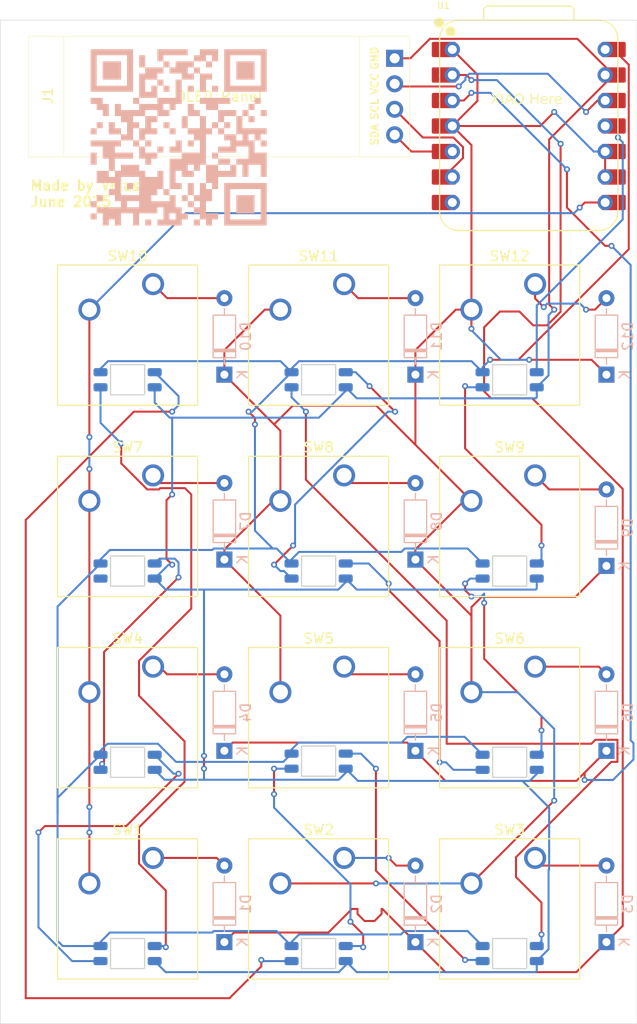
<source format=kicad_pcb>
(kicad_pcb (version 20240108) (generator "pcbnew") (generator_version "8.0")
  (layers (0 "F.Cu" signal) (31 "B.Cu" signal) (34 "B.Paste" user) (35 "F.Paste" user) (36 "B.SilkS" user "B.Silkscreen") (37 "F.SilkS" user "F.Silkscreen") (38 "B.Mask" user) (39 "F.Mask" user) (44 "Edge.Cuts" user))
  (net 0 "")
  (net 1 "Net-(D1-A)")
  (net 2 "Net-(D2-A)")
  (net 3 "col1")
  (net 4 "Net-(D3-A)")
  (net 5 "col2")
  (net 6 "Net-(D4-A)")
  (net 7 "Net-(D5-A)")
  (net 8 "Net-(D6-A)")
  (net 9 "Net-(D7-A)")
  (net 10 "Net-(D8-A)")
  (net 11 "Net-(D9-A)")
  (net 12 "GND")
  (net 13 "LED")
  (net 14 "+5V")
  (net 15 "Net-(D13-DOUT)")
  (net 16 "Net-(D14-DOUT)")
  (net 17 "Net-(D20-DOUT)")
  (net 18 "Net-(D10-A)")
  (net 19 "Net-(D11-A)")
  (net 20 "Net-(D12-A)")
  (net 21 "Net-(D15-DOUT)")
  (net 22 "Net-(D16-DIN)")
  (net 23 "Net-(D17-DIN)")
  (net 24 "Net-(D19-DOUT)")
  (net 25 "Net-(D21-DOUT)")
  (net 26 "Net-(D22-DIN)")
  (net 27 "Net-(D23-DIN)")
  (net 28 "SCL")
  (net 30 "SDA")
  (net 31 "row2")
  (net 32 "row3")
  (net 33 "+3V3")
  (net 34 "Net-(D16-DOUT)")
  (footprint "Button_Switch_Keyboard:SW_Cherry_MX_1.00u_PCB" (layer "F.Cu") (at 150.495 113.03)
    (property "Reference" "SW1")
    (property "Value" "SW_Push")
  )
  (footprint "Button_Switch_Keyboard:SW_Cherry_MX_1.00u_PCB" (layer "F.Cu") (at 169.545 55.88)
    (property "Reference" "SW11")
    (property "Value" "SW_Push")
  )
  (footprint "Button_Switch_Keyboard:SW_Cherry_MX_1.00u_PCB" (layer "F.Cu") (at 188.595 93.98)
    (property "Reference" "SW6")
    (property "Value" "SW_Push")
  )
  (footprint "Button_Switch_Keyboard:SW_Cherry_MX_1.00u_PCB" (layer "F.Cu") (at 188.595 55.88)
    (property "Reference" "SW12")
    (property "Value" "SW_Push")
  )
  (footprint "Button_Switch_Keyboard:SW_Cherry_MX_1.00u_PCB" (layer "F.Cu") (at 169.545 93.98)
    (property "Reference" "SW5")
    (property "Value" "SW_Push")
  )
  (footprint "Button_Switch_Keyboard:SW_Cherry_MX_1.00u_PCB" (layer "F.Cu") (at 188.595 74.93)
    (property "Reference" "SW9")
    (property "Value" "SW_Push")
  )
  (footprint "Button_Switch_Keyboard:SW_Cherry_MX_1.00u_PCB" (layer "F.Cu") (at 188.595 113.03)
    (property "Reference" "SW3")
    (property "Value" "SW_Push")
  )
  (footprint "footprints:SSD1306-0.91-OLED-4pin-128x32" (layer "F.Cu") (at 138.087 31.199)
    (property "Reference" "J1")
    (property "Value" "Conn_01x04_Pin")
  )
  (footprint "Button_Switch_Keyboard:SW_Cherry_MX_1.00u_PCB" (layer "F.Cu") (at 150.495 74.93)
    (property "Reference" "SW7")
    (property "Value" "SW_Push")
  )
  (footprint "Button_Switch_Keyboard:SW_Cherry_MX_1.00u_PCB" (layer "F.Cu") (at 169.545 113.03)
    (property "Reference" "SW2")
    (property "Value" "SW_Push")
  )
  (footprint "Button_Switch_Keyboard:SW_Cherry_MX_1.00u_PCB" (layer "F.Cu") (at 150.495 93.98)
    (property "Reference" "SW4")
    (property "Value" "SW_Push")
  )
  (footprint "Button_Switch_Keyboard:SW_Cherry_MX_1.00u_PCB" (layer "F.Cu") (at 150.495 55.88)
    (property "Reference" "SW10")
    (property "Value" "SW_Push")
  )
  (footprint "footprints:XIAO-RP2040-DIP" (layer "F.Cu") (at 187.96 40.132)
    (property "Reference" "U1")
    (property "Value" "XIAO-RP2040-DIP")
  )
  (footprint "Button_Switch_Keyboard:SW_Cherry_MX_1.00u_PCB" (layer "F.Cu") (at 169.545 74.93)
    (property "Reference" "SW8")
    (property "Value" "SW_Push")
  )
  (footprint "footprints:LED_SK6812MINI" (layer "B.Cu") (at 186.055 103.505 180)
    (property "Reference" "D15" (hide yes))
    (property "Value" "LED_SK6812MINI" (hide yes))
    (fp_line (start 1.7 1.5) (end 1.7 -1.5) (stroke (width 0.12)) (layer "Edge.Cuts"))
    (fp_line (start 1.7 -1.5) (end -1.7 -1.5) (stroke (width 0.12)) (layer "Edge.Cuts"))
    (fp_line (start -1.7 1.5) (end 1.7 1.5) (stroke (width 0.12)) (layer "Edge.Cuts"))
    (fp_line (start -1.7 -1.5) (end -1.7 1.5) (stroke (width 0.12)) (layer "Edge.Cuts"))
  )
  (footprint "footprints:LED_SK6812MINI" (layer "B.Cu") (at 167.005 65.405 180)
    (property "Reference" "D17" (hide yes))
    (property "Value" "LED_SK6812MINI" (hide yes))
    (fp_line (start 1.7 1.5) (end 1.7 -1.5) (stroke (width 0.12)) (layer "Edge.Cuts"))
    (fp_line (start 1.7 -1.5) (end -1.7 -1.5) (stroke (width 0.12)) (layer "Edge.Cuts"))
    (fp_line (start -1.7 1.5) (end 1.7 1.5) (stroke (width 0.12)) (layer "Edge.Cuts"))
    (fp_line (start -1.7 -1.5) (end -1.7 1.5) (stroke (width 0.12)) (layer "Edge.Cuts"))
  )
  (footprint "footprints:LED_SK6812MINI" (layer "B.Cu") (at 167.005 84.455 180)
    (property "Reference" "D18" (hide yes))
    (property "Value" "LED_SK6812MINI" (hide yes))
    (fp_line (start 1.7 1.5) (end 1.7 -1.5) (stroke (width 0.12)) (layer "Edge.Cuts"))
    (fp_line (start 1.7 -1.5) (end -1.7 -1.5) (stroke (width 0.12)) (layer "Edge.Cuts"))
    (fp_line (start -1.7 1.5) (end 1.7 1.5) (stroke (width 0.12)) (layer "Edge.Cuts"))
    (fp_line (start -1.7 -1.5) (end -1.7 1.5) (stroke (width 0.12)) (layer "Edge.Cuts"))
  )
  (footprint "footprints:LED_SK6812MINI" (layer "B.Cu") (at 186.055 84.455 180)
    (property "Reference" "D14" (hide yes))
    (property "Value" "LED_SK6812MINI" (hide yes))
    (fp_line (start 1.7 1.5) (end 1.7 -1.5) (stroke (width 0.12)) (layer "Edge.Cuts"))
    (fp_line (start 1.7 -1.5) (end -1.7 -1.5) (stroke (width 0.12)) (layer "Edge.Cuts"))
    (fp_line (start -1.7 1.5) (end 1.7 1.5) (stroke (width 0.12)) (layer "Edge.Cuts"))
    (fp_line (start -1.7 -1.5) (end -1.7 1.5) (stroke (width 0.12)) (layer "Edge.Cuts"))
  )
  (footprint "footprints:LED_SK6812MINI" (layer "B.Cu") (at 147.955 84.455 180)
    (property "Reference" "D22" (hide yes))
    (property "Value" "LED_SK6812MINI" (hide yes))
    (fp_line (start 1.7 1.5) (end 1.7 -1.5) (stroke (width 0.12)) (layer "Edge.Cuts"))
    (fp_line (start 1.7 -1.5) (end -1.7 -1.5) (stroke (width 0.12)) (layer "Edge.Cuts"))
    (fp_line (start -1.7 1.5) (end 1.7 1.5) (stroke (width 0.12)) (layer "Edge.Cuts"))
    (fp_line (start -1.7 -1.5) (end -1.7 1.5) (stroke (width 0.12)) (layer "Edge.Cuts"))
  )
  (footprint "footprints:LED_SK6812MINI" (layer "B.Cu") (at 147.955 65.405 180)
    (property "Reference" "D21" (hide yes))
    (property "Value" "LED_SK6812MINI" (hide yes))
    (fp_line (start 1.7 1.5) (end 1.7 -1.5) (stroke (width 0.12)) (layer "Edge.Cuts"))
    (fp_line (start 1.7 -1.5) (end -1.7 -1.5) (stroke (width 0.12)) (layer "Edge.Cuts"))
    (fp_line (start -1.7 1.5) (end 1.7 1.5) (stroke (width 0.12)) (layer "Edge.Cuts"))
    (fp_line (start -1.7 -1.5) (end -1.7 1.5) (stroke (width 0.12)) (layer "Edge.Cuts"))
  )
  (footprint "Diode_THT:D_DO-35_SOD27_P7.62mm_Horizontal" (layer "B.Cu") (at 176.657 121.412 90)
    (property "Reference" "D2")
    (property "Value" "1N4148")
  )
  (footprint "Diode_THT:D_DO-35_SOD27_P7.62mm_Horizontal" (layer "B.Cu") (at 157.607 102.362 90)
    (property "Reference" "D4")
    (property "Value" "1N4148")
  )
  (footprint "Diode_THT:D_DO-35_SOD27_P7.62mm_Horizontal" (layer "B.Cu") (at 176.657 64.897 90)
    (property "Reference" "D11")
    (property "Value" "1N4148")
  )
  (footprint "footprints:LED_SK6812MINI" (layer "B.Cu") (at 186.055 122.555 180)
    (property "Reference" "D16" (hide yes))
    (property "Value" "LED_SK6812MINI" (hide yes))
    (fp_line (start 1.7 1.5) (end 1.7 -1.5) (stroke (width 0.12)) (layer "Edge.Cuts"))
    (fp_line (start 1.7 -1.5) (end -1.7 -1.5) (stroke (width 0.12)) (layer "Edge.Cuts"))
    (fp_line (start -1.7 1.5) (end 1.7 1.5) (stroke (width 0.12)) (layer "Edge.Cuts"))
    (fp_line (start -1.7 -1.5) (end -1.7 1.5) (stroke (width 0.12)) (layer "Edge.Cuts"))
  )
  (footprint "footprints:LED_SK6812MINI" (layer "B.Cu") (at 167.005 122.555 180)
    (property "Reference" "D20" (hide yes))
    (property "Value" "LED_SK6812MINI" (hide yes))
    (fp_line (start 1.7 1.5) (end 1.7 -1.5) (stroke (width 0.12)) (layer "Edge.Cuts"))
    (fp_line (start 1.7 -1.5) (end -1.7 -1.5) (stroke (width 0.12)) (layer "Edge.Cuts"))
    (fp_line (start -1.7 1.5) (end 1.7 1.5) (stroke (width 0.12)) (layer "Edge.Cuts"))
    (fp_line (start -1.7 -1.5) (end -1.7 1.5) (stroke (width 0.12)) (layer "Edge.Cuts"))
  )
  (footprint "Diode_THT:D_DO-35_SOD27_P7.62mm_Horizontal" (layer "B.Cu") (at 195.707 102.362 90)
    (property "Reference" "D6")
    (property "Value" "1N4148")
  )
  (footprint "footprints:LED_SK6812MINI" (layer "B.Cu") (at 147.955 122.555 180)
    (property "Reference" "D24" (hide yes))
    (property "Value" "LED_SK6812MINI" (hide yes))
    (fp_line (start 1.7 1.5) (end 1.7 -1.5) (stroke (width 0.12)) (layer "Edge.Cuts"))
    (fp_line (start 1.7 -1.5) (end -1.7 -1.5) (stroke (width 0.12)) (layer "Edge.Cuts"))
    (fp_line (start -1.7 1.5) (end 1.7 1.5) (stroke (width 0.12)) (layer "Edge.Cuts"))
    (fp_line (start -1.7 -1.5) (end -1.7 1.5) (stroke (width 0.12)) (layer "Edge.Cuts"))
  )
  (footprint "footprints:LED_SK6812MINI" (layer "B.Cu") (at 186.055 65.405 180)
    (property "Reference" "D13" (hide yes))
    (property "Value" "LED_SK6812MINI" (hide yes))
    (fp_line (start 1.7 1.5) (end 1.7 -1.5) (stroke (width 0.12)) (layer "Edge.Cuts"))
    (fp_line (start 1.7 -1.5) (end -1.7 -1.5) (stroke (width 0.12)) (layer "Edge.Cuts"))
    (fp_line (start -1.7 1.5) (end 1.7 1.5) (stroke (width 0.12)) (layer "Edge.Cuts"))
    (fp_line (start -1.7 -1.5) (end -1.7 1.5) (stroke (width 0.12)) (layer "Edge.Cuts"))
  )
  (footprint "Diode_THT:D_DO-35_SOD27_P7.62mm_Horizontal" (layer "B.Cu") (at 157.607 83.312 90)
    (property "Reference" "D7")
    (property "Value" "1N4148")
  )
  (footprint "Diode_THT:D_DO-35_SOD27_P7.62mm_Horizontal" (layer "B.Cu") (at 176.657 83.312 90)
    (property "Reference" "D8")
    (property "Value" "1N4148")
  )
  (footprint "Diode_THT:D_DO-35_SOD27_P7.62mm_Horizontal" (layer "B.Cu") (at 157.607 121.412 90)
    (property "Reference" "D1")
    (property "Value" "1N4148")
  )
  (footprint "footprints:LED_SK6812MINI" (layer "B.Cu") (at 167.005 103.39 180)
    (property "Reference" "D19" (hide yes))
    (property "Value" "LED_SK6812MINI" (hide yes))
    (fp_line (start 1.7 1.5) (end 1.7 -1.5) (stroke (width 0.12)) (layer "Edge.Cuts"))
    (fp_line (start 1.7 -1.5) (end -1.7 -1.5) (stroke (width 0.12)) (layer "Edge.Cuts"))
    (fp_line (start -1.7 1.5) (end 1.7 1.5) (stroke (width 0.12)) (layer "Edge.Cuts"))
    (fp_line (start -1.7 -1.5) (end -1.7 1.5) (stroke (width 0.12)) (layer "Edge.Cuts"))
  )
  (footprint "LOGO" (layer "B.Cu") (at 153.035 41.275 180)
    (property "Reference" "G***" (hide yes))
    (property "Value" "LOGO" (hide yes))
  )
  (footprint "Diode_THT:D_DO-35_SOD27_P7.62mm_Horizontal" (layer "B.Cu") (at 195.707 83.947 90)
    (property "Reference" "D9")
    (property "Value" "1N4148")
  )
  (footprint "Diode_THT:D_DO-35_SOD27_P7.62mm_Horizontal" (layer "B.Cu") (at 195.707 121.412 90)
    (property "Reference" "D3")
    (property "Value" "1N4148")
  )
  (footprint "footprints:LED_SK6812MINI" (layer "B.Cu") (at 147.955 103.505 180)
    (property "Reference" "D23" (hide yes))
    (property "Value" "LED_SK6812MINI" (hide yes))
    (fp_line (start 1.7 1.5) (end 1.7 -1.5) (stroke (width 0.12)) (layer "Edge.Cuts"))
    (fp_line (start 1.7 -1.5) (end -1.7 -1.5) (stroke (width 0.12)) (layer "Edge.Cuts"))
    (fp_line (start -1.7 1.5) (end 1.7 1.5) (stroke (width 0.12)) (layer "Edge.Cuts"))
    (fp_line (start -1.7 -1.5) (end -1.7 1.5) (stroke (width 0.12)) (layer "Edge.Cuts"))
  )
  (footprint "Diode_THT:D_DO-35_SOD27_P7.62mm_Horizontal" (layer "B.Cu") (at 195.707 64.897 90)
    (property "Reference" "D12")
    (property "Value" "1N4148")
  )
  (footprint "Diode_THT:D_DO-35_SOD27_P7.62mm_Horizontal" (layer "B.Cu") (at 176.657 102.362 90)
    (property "Reference" "D5")
    (property "Value" "1N4148")
  )
  (footprint "Diode_THT:D_DO-35_SOD27_P7.62mm_Horizontal" (layer "B.Cu") (at 157.607 64.897 90)
    (property "Reference" "D10")
    (property "Value" "1N4148")
  )
  (gr_rect (start 135.255 29.591) (end 198.755 129.54) (stroke (width 0.05)) (fill none) (layer "Edge.Cuts"))
  (gr_text "Made by Vejas\nJune 2025" (at 138.176 48.26 0) (layer "F.SilkS") (effects (font (size 1 1) (thickness 0.2) (bold yes)) (justify left bottom)))
  (gr_text "XIAO Here" (at 184.15 38.1 0) (layer "F.SilkS") (effects (font (size 1 1) (thickness 0.1)) (justify left bottom)))
  (segment (start 150.495 113.03) (end 156.845 113.03) (width 0.2) (layer "F.Cu") (net 1))
  (segment (start 156.845 113.03) (end 157.607 113.792) (width 0.2) (layer "F.Cu") (net 1))
  (segment (start 174.752 113.792) (end 173.99 113.03) (width 0.2) (layer "F.Cu") (net 2))
  (segment (start 176.657 113.792) (end 174.752 113.792) (width 0.2) (layer "F.Cu") (net 2))
  (via (at 173.99 113.03) (size 0.6) (drill 0.3) (layers "F.Cu" "B.Cu") (net 2))
  (segment (start 173.99 113.03) (end 169.545 113.03) (width 0.2) (layer "B.Cu") (net 2))
  (segment (start 144.145 115.57) (end 144.145 110.49) (width 0.2) (layer "F.Cu") (net 3))
  (segment (start 196.415 47.752) (end 193.548 47.752) (width 0.2) (layer "F.Cu") (net 3))
  (segment (start 144.145 107.95) (end 144.145 96.52) (width 0.2) (layer "F.Cu") (net 3))
  (segment (start 144.145 58.42) (end 144.145 71.12) (width 0.2) (layer "F.Cu") (net 3))
  (segment (start 144.145 74.295) (end 144.145 77.47) (width 0.2) (layer "F.Cu") (net 3))
  (segment (start 144.145 96.52) (end 144.145 77.47) (width 0.2) (layer "F.Cu") (net 3))
  (segment (start 193.548 47.752) (end 193.04 48.26) (width 0.2) (layer "F.Cu") (net 3))
  (via (at 193.04 48.26) (size 0.6) (drill 0.3) (layers "F.Cu" "B.Cu") (net 3))
  (via (at 144.145 74.295) (size 0.6) (drill 0.3) (layers "F.Cu" "B.Cu") (net 3))
  (via (at 144.145 107.95) (size 0.6) (drill 0.3) (layers "F.Cu" "B.Cu") (net 3))
  (via (at 144.145 110.49) (size 0.6) (drill 0.3) (layers "F.Cu" "B.Cu") (net 3))
  (via (at 144.145 71.12) (size 0.6) (drill 0.3) (layers "F.Cu" "B.Cu") (net 3))
  (segment (start 144.145 71.12) (end 144.145 74.295) (width 0.2) (layer "B.Cu") (net 3))
  (segment (start 153.751 48.814) (end 144.145 58.42) (width 0.2) (layer "B.Cu") (net 3))
  (segment (start 193.04 48.26) (end 192.486 48.814) (width 0.2) (layer "B.Cu") (net 3))
  (segment (start 192.486 48.814) (end 153.751 48.814) (width 0.2) (layer "B.Cu") (net 3))
  (segment (start 144.145 110.49) (end 144.145 107.95) (width 0.2) (layer "B.Cu") (net 3))
  (segment (start 195.707 113.792) (end 189.357 113.792) (width 0.2) (layer "F.Cu") (net 4))
  (segment (start 189.357 113.792) (end 188.595 113.03) (width 0.2) (layer "F.Cu") (net 4))
  (segment (start 180.34 40.132) (end 189.103 40.132) (width 0.2) (layer "F.Cu") (net 5))
  (segment (start 176.657 82.312) (end 181.499 77.47) (width 0.2) (layer "F.Cu") (net 5))
  (segment (start 180.34 32.512) (end 182.845 35.017) (width 0.2) (layer "F.Cu") (net 5))
  (segment (start 164.43 67.98) (end 162.56 69.85) (width 0.2) (layer "F.Cu") (net 5))
  (segment (start 163.195 77.47) (end 163.195 70.485) (width 0.2) (layer "F.Cu") (net 5))
  (segment (start 183.266471 87.03) (end 182.245 88.051471) (width 0.2) (layer "F.Cu") (net 5))
  (segment (start 182.245 42.037) (end 182.245 58.42) (width 0.2) (layer "F.Cu") (net 5))
  (segment (start 163.195 88.9) (end 157.607 83.312) (width 0.2) (layer "F.Cu") (net 5))
  (segment (start 182.845 35.017) (end 182.845 37.627) (width 0.2) (layer "F.Cu") (net 5))
  (segment (start 195.707 64.897) (end 194.224282 63.414282) (width 0.2) (layer "F.Cu") (net 5))
  (segment (start 176.657 83.312) (end 176.657 82.312) (width 0.2) (layer "F.Cu") (net 5))
  (segment (start 157.607 82.312) (end 162.449 77.47) (width 0.2) (layer "F.Cu") (net 5))
  (segment (start 182.245 88.9) (end 176.657 83.312) (width 0.2) (layer "F.Cu") (net 5))
  (segment (start 182.245 88.051471) (end 182.245 89.535) (width 0.2) (layer "F.Cu") (net 5))
  (segment (start 180.689366 58.42) (end 182.245 58.42) (width 0.2) (layer "F.Cu") (net 5))
  (segment (start 157.607 83.312) (end 157.607 82.312) (width 0.2) (layer "F.Cu") (net 5))
  (segment (start 176.657 64.897) (end 176.657 62.452366) (width 0.2) (layer "F.Cu") (net 5))
  (segment (start 181.499 77.47) (end 182.245 77.47) (width 0.2) (layer "F.Cu") (net 5))
  (segment (start 161.639366 58.42) (end 163.195 58.42) (width 0.2) (layer "F.Cu") (net 5))
  (segment (start 192.624 87.03) (end 183.266471 87.03) (width 0.2) (layer "F.Cu") (net 5))
  (segment (start 157.607 62.452366) (end 161.639366 58.42) (width 0.2) (layer "F.Cu") (net 5))
  (segment (start 172.755 67.98) (end 164.43 67.98) (width 0.2) (layer "F.Cu") (net 5))
  (segment (start 195.58 45.212) (end 195.58 42.672) (width 0.2) (layer "F.Cu") (net 5))
  (segment (start 176.657 71.882) (end 176.657 64.897) (width 0.2) (layer "F.Cu") (net 5))
  (segment (start 189.103 40.132) (end 190.5 38.735) (width 0.2) (layer "F.Cu") (net 5))
  (segment (start 176.657 71.882) (end 172.755 67.98) (width 0.2) (layer "F.Cu") (net 5))
  (segment (start 182.245 77.47) (end 176.657 71.882) (width 0.2) (layer "F.Cu") (net 5))
  (segment (start 157.607 64.897) (end 157.607 62.452366) (width 0.2) (layer "F.Cu") (net 5))
  (segment (start 182.245 96.52) (end 182.245 89.535) (width 0.2) (layer "F.Cu") (net 5))
  (segment (start 163.195 96.52) (end 163.195 88.9) (width 0.2) (layer "F.Cu") (net 5))
  (segment (start 182.245 115.57) (end 190.5 107.315) (width 0.2) (layer "F.Cu") (net 5))
  (segment (start 176.657 62.452366) (end 180.689366 58.42) (width 0.2) (layer "F.Cu") (net 5))
  (segment (start 180.34 40.132) (end 182.245 42.037) (width 0.2) (layer "F.Cu") (net 5))
  (segment (start 195.707 83.947) (end 192.624 87.03) (width 0.2) (layer "F.Cu") (net 5))
  (segment (start 162.449 77.47) (end 163.195 77.47) (width 0.2) (layer "F.Cu") (net 5))
  (segment (start 163.195 70.485) (end 162.56 69.85) (width 0.2) (layer "F.Cu") (net 5))
  (segment (start 163.195 115.57) (end 172.72 115.57) (width 0.2) (layer "F.Cu") (net 5))
  (segment (start 182.245 89.535) (end 182.245 88.9) (width 0.2) (layer "F.Cu") (net 5))
  (segment (start 182.845 37.627) (end 180.34 40.132) (width 0.2) (layer "F.Cu") (net 5))
  (segment (start 162.56 69.85) (end 157.607 64.897) (width 0.2) (layer "F.Cu") (net 5))
  (segment (start 182.245 60.325) (end 182.245 58.42) (width 0.2) (layer "F.Cu") (net 5))
  (segment (start 194.224282 63.414282) (end 188.003388 63.414282) (width 0.2) (layer "F.Cu") (net 5))
  (via (at 172.72 115.57) (size 0.6) (drill 0.3) (layers "F.Cu" "B.Cu") (net 5))
  (via (at 182.245 60.325) (size 0.6) (drill 0.3) (layers "F.Cu" "B.Cu") (net 5))
  (via (at 188.003388 63.414282) (size 0.6) (drill 0.3) (layers "F.Cu" "B.Cu") (net 5))
  (via (at 190.5 107.315) (size 0.6) (drill 0.3) (layers "F.Cu" "B.Cu") (net 5))
  (via (at 190.5 38.735) (size 0.6) (drill 0.3) (layers "F.Cu" "B.Cu") (net 5))
  (segment (start 182.245 60.473402) (end 182.245 60.325) (width 0.2) (layer "B.Cu") (net 5))
  (segment (start 194.437 42.672) (end 195.58 42.672) (width 0.2) (layer "B.Cu") (net 5))
  (segment (start 190.5 100.181598) (end 186.838402 96.52) (width 0.2) (layer "B.Cu") (net 5))
  (segment (start 190.5 38.735) (end 194.437 42.672) (width 0.2) (layer "B.Cu") (net 5))
  (segment (start 190.5 107.315) (end 190.5 100.181598) (width 0.2) (layer "B.Cu") (net 5))
  (segment (start 172.72 115.57) (end 182.245 115.57) (width 0.2) (layer "B.Cu") (net 5))
  (segment (start 185.18588 63.414282) (end 182.245 60.473402) (width 0.2) (layer "B.Cu") (net 5))
  (segment (start 186.838402 96.52) (end 182.245 96.52) (width 0.2) (layer "B.Cu") (net 5))
  (segment (start 188.003388 63.414282) (end 185.18588 63.414282) (width 0.2) (layer "B.Cu") (net 5))
  (segment (start 151.13 93.98) (end 151.892 94.742) (width 0.2) (layer "F.Cu") (net 6))
  (segment (start 150.495 93.98) (end 151.13 93.98) (width 0.2) (layer "F.Cu") (net 6))
  (segment (start 151.892 94.742) (end 157.607 94.742) (width 0.2) (layer "F.Cu") (net 6))
  (segment (start 176.657 94.742) (end 170.307 94.742) (width 0.2) (layer "F.Cu") (net 7))
  (segment (start 170.307 94.742) (end 169.545 93.98) (width 0.2) (layer "F.Cu") (net 7))
  (segment (start 194.945 93.98) (end 195.707 94.742) (width 0.2) (layer "F.Cu") (net 8))
  (segment (start 188.595 93.98) (end 194.945 93.98) (width 0.2) (layer "F.Cu") (net 8))
  (segment (start 157.607 75.692) (end 151.257 75.692) (width 0.2) (layer "F.Cu") (net 9))
  (segment (start 151.257 75.692) (end 150.495 74.93) (width 0.2) (layer "F.Cu") (net 9))
  (segment (start 170.307 75.692) (end 169.545 74.93) (width 0.2) (layer "F.Cu") (net 10))
  (segment (start 176.657 75.692) (end 170.307 75.692) (width 0.2) (layer "F.Cu") (net 10))
  (segment (start 195.707 76.327) (end 189.992 76.327) (width 0.2) (layer "F.Cu") (net 11))
  (segment (start 189.992 76.327) (end 188.595 74.93) (width 0.2) (layer "F.Cu") (net 11))
  (segment (start 192.813 31.45) (end 196.415 35.052) (width 0.2) (layer "F.Cu") (net 12))
  (segment (start 176.161 33.389) (end 178.1 31.45) (width 0.2) (layer "F.Cu") (net 12))
  (segment (start 196.415 35.052) (end 189.995 41.472) (width 0.2) (layer "F.Cu") (net 12))
  (segment (start 189.995 41.472) (end 189.995 57.915) (width 0.2) (layer "F.Cu") (net 12))
  (segment (start 155.575 102.862) (end 155.575 104.14) (width 0.2) (layer "F.Cu") (net 12))
  (segment (start 189.995 57.915) (end 190.5 58.42) (width 0.2) (layer "F.Cu") (net 12))
  (segment (start 152.4 83.82) (end 151.835 83.255) (width 0.2) (layer "F.Cu") (net 12))
  (segment (start 174.587 33.389) (end 176.161 33.389) (width 0.2) (layer "F.Cu") (net 12))
  (segment (start 151.835 83.255) (end 151.835 77.4) (width 0.2) (layer "F.Cu") (net 12))
  (segment (start 178.1 31.45) (end 192.813 31.45) (width 0.2) (layer "F.Cu") (net 12))
  (segment (start 151.835 77.4) (end 152.4 76.835) (width 0.2) (layer "F.Cu") (net 12))
  (via (at 152.4 76.835) (size 0.6) (drill 0.3) (layers "F.Cu" "B.Cu") (net 12))
  (via (at 155.575 104.14) (size 0.6) (drill 0.3) (layers "F.Cu" "B.Cu") (net 12))
  (via (at 190.5 58.42) (size 0.6) (drill 0.3) (layers "F.Cu" "B.Cu") (net 12))
  (via (at 152.4 83.82) (size 0.6) (drill 0.3) (layers "F.Cu" "B.Cu") (net 12))
  (via (at 155.575 102.862) (size 0.6) (drill 0.3) (layers "F.Cu" "B.Cu") (net 12))
  (segment (start 155.575 86.305) (end 168.965 86.305) (width 0.2) (layer "B.Cu") (net 12))
  (segment (start 150.655 123.305) (end 151.755 124.405) (width 0.2) (layer "B.Cu") (net 12))
  (segment (start 188.755 104.255) (end 188.755 104.665) (width 0.2) (layer "B.Cu") (net 12))
  (segment (start 188.755 67.15) (end 188.755 66.155) (width 0.2) (layer "B.Cu") (net 12))
  (segment (start 152.4 69.18) (end 167.04 69.18) (width 0.2) (layer "B.Cu") (net 12))
  (segment (start 169.705 104.14) (end 169.705 104.55) (width 0.2) (layer "B.Cu") (net 12))
  (segment (start 151.755 124.405) (end 169.015 124.405) (width 0.2) (layer "B.Cu") (net 12))
  (segment (start 167.04 69.18) (end 169.705 66.515) (width 0.2) (layer "B.Cu") (net 12))
  (segment (start 188.65 67.255) (end 188.755 67.15) (width 0.2) (layer "B.Cu") (net 12))
  (segment (start 170.805 124.405) (end 188.65 124.405) (width 0.2) (layer "B.Cu") (net 12))
  (segment (start 190.5 58.42) (end 189.935 58.985) (width 0.2) (layer "B.Cu") (net 12))
  (segment (start 152.04 83.82) (end 152.4 83.82) (width 0.2) (layer "B.Cu") (net 12))
  (segment (start 155.575 104.14) (end 155.575 105.24) (width 0.2) (layer "B.Cu") (net 12))
  (segment (start 169.705 66.515) (end 169.705 66.155) (width 0.2) (layer "B.Cu") (net 12))
  (segment (start 189.935 64.975) (end 188.755 66.155) (width 0.2) (layer "B.Cu") (net 12))
  (segment (start 155.575 86.305) (end 155.575 102.862) (width 0.2) (layer "B.Cu") (net 12))
  (segment (start 189.935 122.125) (end 189.935 114.23) (width 0.2) (layer "B.Cu") (net 12))
  (segment (start 170.92 105.355) (end 169.705 104.14) (width 0.2) (layer "B.Cu") (net 12))
  (segment (start 169.705 66.155) (end 170.805 67.255) (width 0.2) (layer "B.Cu") (net 12))
  (segment (start 170.805 67.255) (end 188.65 67.255) (width 0.2) (layer "B.Cu") (net 12))
  (segment (start 152.4 76.835) (end 152.4 69.18) (width 0.2) (layer "B.Cu") (net 12))
  (segment (start 169.015 124.405) (end 169.705 123.715) (width 0.2) (layer "B.Cu") (net 12))
  (segment (start 150.655 85.205) (end 151.755 86.305) (width 0.2) (layer "B.Cu") (net 12))
  (segment (start 170.805 86.305) (end 188.65 86.305) (width 0.2) (layer "B.Cu") (net 12))
  (segment (start 150.655 85.205) (end 152.04 83.82) (width 0.2) (layer "B.Cu") (net 12))
  (segment (start 188.755 86.2) (end 188.755 85.205) (width 0.2) (layer "B.Cu") (net 12))
  (segment (start 155.575 105.24) (end 151.64 105.24) (width 0.2) (layer "B.Cu") (net 12))
  (segment (start 188.755 104.665) (end 188.065 105.355) (width 0.2) (layer "B.Cu") (net 12))
  (segment (start 150.655 66.155) (end 150.655 67.683529) (width 0.2) (layer "B.Cu") (net 12))
  (segment (start 169.705 85.565) (end 169.705 85.205) (width 0.2) (layer "B.Cu") (net 12))
  (segment (start 169.705 104.55) (end 169.015 105.24) (width 0.2) (layer "B.Cu") (net 12))
  (segment (start 189.935 58.985) (end 189.935 64.975) (width 0.2) (layer "B.Cu") (net 12))
  (segment (start 151.755 86.305) (end 155.575 86.305) (width 0.2) (layer "B.Cu") (net 12))
  (segment (start 188.65 86.305) (end 188.755 86.2) (width 0.2) (layer "B.Cu") (net 12))
  (segment (start 168.965 86.305) (end 169.705 85.565) (width 0.2) (layer "B.Cu") (net 12))
  (segment (start 150.655 67.683529) (end 152.151471 69.18) (width 0.2) (layer "B.Cu") (net 12))
  (segment (start 188.755 124.3) (end 188.755 123.305) (width 0.2) (layer "B.Cu") (net 12))
  (segment (start 188.065 105.355) (end 187.325 105.355) (width 0.2) (layer "B.Cu") (net 12))
  (segment (start 151.64 105.24) (end 150.655 104.255) (width 0.2) (layer "B.Cu") (net 12))
  (segment (start 152.151471 69.18) (end 152.4 69.18) (width 0.2) (layer "B.Cu") (net 12))
  (segment (start 188.65 124.405) (end 188.755 124.3) (width 0.2) (layer "B.Cu") (net 12))
  (segment (start 169.705 123.305) (end 170.805 124.405) (width 0.2) (layer "B.Cu") (net 12))
  (segment (start 187.325 105.355) (end 170.92 105.355) (width 0.2) (layer "B.Cu") (net 12))
  (segment (start 189.935 114.23) (end 189.995 114.17) (width 0.2) (layer "B.Cu") (net 12))
  (segment (start 188.755 123.305) (end 189.935 122.125) (width 0.2) (layer "B.Cu") (net 12))
  (segment (start 169.705 85.205) (end 170.805 86.305) (width 0.2) (layer "B.Cu") (net 12))
  (segment (start 169.705 123.715) (end 169.705 123.305) (width 0.2) (layer "B.Cu") (net 12))
  (segment (start 189.995 108.025) (end 187.325 105.355) (width 0.2) (layer "B.Cu") (net 12))
  (segment (start 169.015 105.24) (end 155.575 105.24) (width 0.2) (layer "B.Cu") (net 12))
  (segment (start 189.995 114.17) (end 189.995 108.025) (width 0.2) (layer "B.Cu") (net 12))
  (segment (start 196.85 41.275) (end 196.85 40.567) (width 0.2) (layer "F.Cu") (net 13))
  (segment (start 196.85 40.567) (end 196.415 40.132) (width 0.2) (layer "F.Cu") (net 13))
  (via (at 196.85 41.275) (size 0.6) (drill 0.3) (layers "F.Cu" "B.Cu") (net 13))
  (segment (start 197.331 49.443899) (end 197.331 41.756) (width 0.2) (layer "B.Cu") (net 13))
  (segment (start 188.755 64.655) (end 188.755 58.019899) (width 0.2) (layer "B.Cu") (net 13))
  (segment (start 188.755 58.019899) (end 197.331 49.443899) (width 0.2) (layer "B.Cu") (net 13))
  (segment (start 197.331 41.756) (end 196.85 41.275) (width 0.2) (layer "B.Cu") (net 13))
  (segment (start 197.931 34.028) (end 197.931 52.407402) (width 0.2) (layer "F.Cu") (net 14))
  (segment (start 197.931 52.407402) (end 186.92412 63.414282) (width 0.2) (layer "F.Cu") (net 14))
  (segment (start 196.415 32.512) (end 197.931 34.028) (width 0.2) (layer "F.Cu") (net 14))
  (segment (start 160.655 69.85) (end 160.655 69.215) (width 0.2) (layer "F.Cu") (net 14))
  (segment (start 160.655 69.215) (end 160.02 68.58) (width 0.2) (layer "F.Cu") (net 14))
  (segment (start 186.92412 63.414282) (end 184.106612 63.414282) (width 0.2) (layer "F.Cu") (net 14))
  (via (at 160.02 68.58) (size 0.6) (drill 0.3) (layers "F.Cu" "B.Cu") (net 14))
  (via (at 160.655 69.85) (size 0.6) (drill 0.3) (layers "F.Cu" "B.Cu") (net 14))
  (via (at 184.106612 63.414282) (size 0.6) (drill 0.3) (layers "F.Cu" "B.Cu") (net 14))
  (segment (start 160.38 68.58) (end 164.305 64.655) (width 0.2) (layer "B.Cu") (net 14))
  (segment (start 145.255 121.395) (end 146.19 120.46) (width 0.2) (layer "B.Cu") (net 14))
  (segment (start 163.205 63.555) (end 145.995 63.555) (width 0.2) (layer "B.Cu") (net 14))
  (segment (start 146.19 82.36) (end 156.4 82.36) (width 0.2) (layer "B.Cu") (net 14))
  (segment (start 175.279 101.54) (end 175.854 100.965) (width 0.2) (layer "B.Cu") (net 14))
  (segment (start 156.548 120.312) (end 162.812 120.312) (width 0.2) (layer "B.Cu") (net 14))
  (segment (start 145.945 101.655) (end 145.255 102.345) (width 0.2) (layer "B.Cu") (net 14))
  (segment (start 145.255 64.295) (end 145.255 64.655) (width 0.2) (layer "B.Cu") (net 14))
  (segment (start 181.862 120.312) (end 183.355 121.805) (width 0.2) (layer "B.Cu") (net 14))
  (segment (start 150.974858 101.655) (end 145.945 101.655) (width 0.2) (layer "B.Cu") (net 14))
  (segment (start 165.045 63.555) (end 164.305 64.295) (width 0.2) (layer "B.Cu") (net 14))
  (segment (start 164.995 101.54) (end 175.279 101.54) (width 0.2) (layer "B.Cu") (net 14))
  (segment (start 145.255 121.805) (end 145.255 121.395) (width 0.2) (layer "B.Cu") (net 14))
  (segment (start 152.781858 103.462) (end 150.974858 101.655) (width 0.2) (layer "B.Cu") (net 14))
  (segment (start 145.255 83.705) (end 140.97 87.99) (width 0.2) (layer "B.Cu") (net 14))
  (segment (start 145.255 83.705) (end 145.255 83.295) (width 0.2) (layer "B.Cu") (net 14))
  (segment (start 175.598 82.212) (end 181.862 82.212) (width 0.2) (layer "B.Cu") (net 14))
  (segment (start 164.305 64.655) (end 163.205 63.555) (width 0.2) (layer "B.Cu") (net 14))
  (segment (start 162.812 120.312) (end 164.305 121.805) (width 0.2) (layer "B.Cu") (net 14))
  (segment (start 184.106612 63.414282) (end 183.355 64.165894) (width 0.2) (layer "B.Cu") (net 14))
  (segment (start 145.255 102.755) (end 140.97 107.04) (width 0.2) (layer "B.Cu") (net 14))
  (segment (start 160.02 68.58) (end 160.38 68.58) (width 0.2) (layer "B.Cu") (net 14))
  (segment (start 163.483 103.462) (end 152.781858 103.462) (width 0.2) (layer "B.Cu") (net 14))
  (segment (start 164.305 83.705) (end 164.305 83.295) (width 0.2) (layer "B.Cu") (net 14))
  (segment (start 140.97 108.585) (end 140.97 121.285) (width 0.2) (layer "B.Cu") (net 14))
  (segment (start 164.305 83.295) (end 165.05 82.55) (width 0.2) (layer "B.Cu") (net 14))
  (segment (start 183.355 64.165894) (end 183.355 64.655) (width 0.2) (layer "B.Cu") (net 14))
  (segment (start 162.812 82.212) (end 164.305 83.705) (width 0.2) (layer "B.Cu") (net 14))
  (segment (start 164.305 121.805) (end 164.305 121.395) (width 0.2) (layer "B.Cu") (net 14))
  (segment (start 164.305 64.295) (end 164.305 64.655) (width 0.2) (layer "B.Cu") (net 14))
  (segment (start 145.255 102.345) (end 145.255 102.755) (width 0.2) (layer "B.Cu") (net 14))
  (segment (start 160.655 80.437056) (end 160.655 69.85) (width 0.2) (layer "B.Cu") (net 14))
  (segment (start 156.4 120.46) (end 156.548 120.312) (width 0.2) (layer "B.Cu") (net 14))
  (segment (start 175.219 120.65) (end 175.557 120.312) (width 0.2) (layer "B.Cu") (net 14))
  (segment (start 165.05 82.55) (end 175.26 82.55) (width 0.2) (layer "B.Cu") (net 14))
  (segment (start 164.305 102.64) (end 164.305 102.23) (width 0.2) (layer "B.Cu") (net 14))
  (segment (start 145.995 63.555) (end 145.255 64.295) (width 0.2) (layer "B.Cu") (net 14))
  (segment (start 175.854 100.965) (end 181.565 100.965) (width 0.2) (layer "B.Cu") (net 14))
  (segment (start 156.548 82.212) (end 162.812 82.212) (width 0.2) (layer "B.Cu") (net 14))
  (segment (start 164.305 102.23) (end 164.995 101.54) (width 0.2) (layer "B.Cu") (net 14))
  (segment (start 156.4 82.36) (end 156.548 82.212) (width 0.2) (layer "B.Cu") (net 14))
  (segment (start 183.355 64.655) (end 182.255 63.555) (width 0.2) (layer "B.Cu") (net 14))
  (segment (start 164.305 121.395) (end 165.05 120.65) (width 0.2) (layer "B.Cu") (net 14))
  (segment (start 181.565 100.965) (end 183.355 102.755) (width 0.2) (layer "B.Cu") (net 14))
  (segment (start 141.49 121.805) (end 145.255 121.805) (width 0.2) (layer "B.Cu") (net 14))
  (segment (start 181.862 82.212) (end 183.355 83.705) (width 0.2) (layer "B.Cu") (net 14))
  (segment (start 164.305 102.64) (end 163.483 103.462) (width 0.2) (layer "B.Cu") (net 14))
  (segment (start 162.429944 82.212) (end 160.655 80.437056) (width 0.2) (layer "B.Cu") (net 14))
  (segment (start 140.97 121.285) (end 141.49 121.805) (width 0.2) (layer "B.Cu") (net 14))
  (segment (start 140.97 107.04) (end 140.97 108.585) (width 0.2) (layer "B.Cu") (net 14))
  (segment (start 145.255 83.295) (end 146.19 82.36) (width 0.2) (layer "B.Cu") (net 14))
  (segment (start 175.26 82.55) (end 175.598 82.212) (width 0.2) (layer "B.Cu") (net 14))
  (segment (start 146.19 120.46) (end 156.4 120.46) (width 0.2) (layer "B.Cu") (net 14))
  (segment (start 182.255 63.555) (end 165.045 63.555) (width 0.2) (layer "B.Cu") (net 14))
  (segment (start 165.05 120.65) (end 175.219 120.65) (width 0.2) (layer "B.Cu") (net 14))
  (segment (start 175.557 120.312) (end 181.862 120.312) (width 0.2) (layer "B.Cu") (net 14))
  (segment (start 162.812 82.212) (end 162.429944 82.212) (width 0.2) (layer "B.Cu") (net 14))
  (segment (start 140.97 87.99) (end 140.97 108.585) (width 0.2) (layer "B.Cu") (net 14))
  (segment (start 181.61 66.04) (end 181.61 72.241598) (width 0.2) (layer "F.Cu") (net 15))
  (segment (start 181.61 72.241598) (end 189.23 79.861598) (width 0.2) (layer "F.Cu") (net 15))
  (segment (start 189.23 79.861598) (end 189.23 81.915) (width 0.2) (layer "F.Cu") (net 15))
  (via (at 181.61 66.04) (size 0.6) (drill 0.3) (layers "F.Cu" "B.Cu") (net 15))
  (via (at 189.23 81.915) (size 0.6) (drill 0.3) (layers "F.Cu" "B.Cu") (net 15))
  (segment (start 189.23 83.23) (end 188.755 83.705) (width 0.2) (layer "B.Cu") (net 15))
  (segment (start 183.355 66.155) (end 181.725 66.155) (width 0.2) (layer "B.Cu") (net 15))
  (segment (start 189.23 81.915) (end 189.23 83.23) (width 0.2) (layer "B.Cu") (net 15))
  (segment (start 181.725 66.155) (end 181.61 66.04) (width 0.2) (layer "B.Cu") (net 15))
  (segment (start 181.61 86.36) (end 182.245 86.995) (width 0.2) (layer "F.Cu") (net 16))
  (segment (start 189.23 100.33) (end 189.23 98.911598) (width 0.2) (layer "F.Cu") (net 16))
  (segment (start 181.61 85.705) (end 181.61 86.36) (width 0.2) (layer "F.Cu") (net 16))
  (segment (start 183.515 93.196598) (end 183.515 87.63) (width 0.2) (layer "F.Cu") (net 16))
  (segment (start 189.23 98.911598) (end 183.515 93.196598) (width 0.2) (layer "F.Cu") (net 16))
  (via (at 182.245 86.995) (size 0.6) (drill 0.3) (layers "F.Cu" "B.Cu") (net 16))
  (via (at 183.515 87.63) (size 0.6) (drill 0.3) (layers "F.Cu" "B.Cu") (net 16))
  (via (at 189.23 100.33) (size 0.6) (drill 0.3) (layers "F.Cu" "B.Cu") (net 16))
  (via (at 181.61 85.705) (size 0.6) (drill 0.3) (layers "F.Cu" "B.Cu") (net 16))
  (segment (start 182.245 86.995) (end 183.225 86.995) (width 0.2) (layer "B.Cu") (net 16))
  (segment (start 183.515 87.63) (end 183.515 86.705) (width 0.2) (layer "B.Cu") (net 16))
  (segment (start 183.515 86.705) (end 183.225 86.995) (width 0.2) (layer "B.Cu") (net 16))
  (segment (start 183.355 85.205) (end 182.11 85.205) (width 0.2) (layer "B.Cu") (net 16))
  (segment (start 188.755 102.755) (end 189.23 102.28) (width 0.2) (layer "B.Cu") (net 16))
  (segment (start 189.23 102.28) (end 189.23 100.33) (width 0.2) (layer "B.Cu") (net 16))
  (segment (start 182.11 85.205) (end 181.61 85.705) (width 0.2) (layer "B.Cu") (net 16))
  (segment (start 158.115 127) (end 137.795 127) (width 0.2) (layer "F.Cu") (net 17))
  (segment (start 161.29 123.825) (end 158.115 127) (width 0.2) (layer "F.Cu") (net 17))
  (segment (start 148.59 68.58) (end 152.4 68.58) (width 0.2) (layer "F.Cu") (net 17))
  (segment (start 137.795 127) (end 137.795 79.375) (width 0.2) (layer "F.Cu") (net 17))
  (segment (start 161.29 123.19) (end 161.29 123.825) (width 0.2) (layer "F.Cu") (net 17))
  (segment (start 137.795 79.375) (end 148.59 68.58) (width 0.2) (layer "F.Cu") (net 17))
  (via (at 161.29 123.19) (size 0.6) (drill 0.3) (layers "F.Cu" "B.Cu") (net 17))
  (via (at 152.4 68.58) (size 0.6) (drill 0.3) (layers "F.Cu" "B.Cu") (net 17))
  (segment (start 152.4 68.58) (end 153.035 67.945) (width 0.2) (layer "B.Cu") (net 17))
  (segment (start 161.405 123.305) (end 161.29 123.19) (width 0.2) (layer "B.Cu") (net 17))
  (segment (start 164.305 123.305) (end 161.405 123.305) (width 0.2) (layer "B.Cu") (net 17))
  (segment (start 153.035 67.035) (end 150.655 64.655) (width 0.2) (layer "B.Cu") (net 17))
  (segment (start 153.035 67.945) (end 153.035 67.035) (width 0.2) (layer "B.Cu") (net 17))
  (segment (start 151.892 57.277) (end 150.495 55.88) (width 0.2) (layer "F.Cu") (net 18))
  (segment (start 157.607 57.277) (end 151.892 57.277) (width 0.2) (layer "F.Cu") (net 18))
  (segment (start 170.942 57.277) (end 169.545 55.88) (width 0.2) (layer "F.Cu") (net 19))
  (segment (start 176.657 57.277) (end 170.942 57.277) (width 0.2) (layer "F.Cu") (net 19))
  (segment (start 189.452377 58.171049) (end 188.595 57.313672) (width 0.2) (layer "F.Cu") (net 20))
  (segment (start 188.595 57.313672) (end 188.595 55.88) (width 0.2) (layer "F.Cu") (net 20))
  (segment (start 194.564 58.42) (end 193.675 58.42) (width 0.2) (layer "F.Cu") (net 20))
  (segment (start 195.707 57.277) (end 194.564 58.42) (width 0.2) (layer "F.Cu") (net 20))
  (via (at 193.675 58.42) (size 0.6) (drill 0.3) (layers "F.Cu" "B.Cu") (net 20))
  (via (at 189.452377 58.171049) (size 0.6) (drill 0.3) (layers "F.Cu" "B.Cu") (net 20))
  (segment (start 193.075 57.82) (end 189.803426 57.82) (width 0.2) (layer "B.Cu") (net 20))
  (segment (start 193.675 58.42) (end 193.075 57.82) (width 0.2) (layer "B.Cu") (net 20))
  (segment (start 189.803426 57.82) (end 189.452377 58.171049) (width 0.2) (layer "B.Cu") (net 20))
  (segment (start 179.07 91.44) (end 179.07 103.505) (width 0.2) (layer "F.Cu") (net 21))
  (segment (start 173.99 86.36) (end 179.07 91.44) (width 0.2) (layer "F.Cu") (net 21))
  (segment (start 173.99 85.705) (end 173.99 86.36) (width 0.2) (layer "F.Cu") (net 21))
  (via (at 179.07 103.505) (size 0.6) (drill 0.3) (layers "F.Cu" "B.Cu") (net 21))
  (via (at 173.99 85.705) (size 0.6) (drill 0.3) (layers "F.Cu" "B.Cu") (net 21))
  (segment (start 179.705 103.505) (end 180.455 104.255) (width 0.2) (layer "B.Cu") (net 21))
  (segment (start 171.99 83.705) (end 173.99 85.705) (width 0.2) (layer "B.Cu") (net 21))
  (segment (start 180.455 104.255) (end 183.355 104.255) (width 0.2) (layer "B.Cu") (net 21))
  (segment (start 179.07 103.505) (end 179.705 103.505) (width 0.2) (layer "B.Cu") (net 21))
  (segment (start 169.705 83.705) (end 171.99 83.705) (width 0.2) (layer "B.Cu") (net 21))
  (segment (start 196.807 101.262) (end 196.807 103.462) (width 0.2) (layer "F.Cu") (net 22))
  (segment (start 179.775 101.64) (end 179.79 101.655) (width 0.2) (layer "F.Cu") (net 22))
  (segment (start 194.607 101.262) (end 196.807 101.262) (width 0.2) (layer "F.Cu") (net 22))
  (segment (start 186.69 114.935) (end 189.23 117.475) (width 0.2) (layer "F.Cu") (net 22))
  (segment (start 165.735 75.357056) (end 179.775 89.397056) (width 0.2) (layer "F.Cu") (net 22))
  (segment (start 165.735 68.58) (end 165.735 75.357056) (width 0.2) (layer "F.Cu") (net 22))
  (segment (start 189.23 117.475) (end 189.23 120.65) (width 0.2) (layer "F.Cu") (net 22))
  (segment (start 194.214 101.655) (end 194.607 101.262) (width 0.2) (layer "F.Cu") (net 22))
  (segment (start 186.69 112.955101) (end 186.69 114.935) (width 0.2) (layer "F.Cu") (net 22))
  (segment (start 179.79 101.655) (end 194.214 101.655) (width 0.2) (layer "F.Cu") (net 22))
  (segment (start 196.807 103.462) (end 196.183101 103.462) (width 0.2) (layer "F.Cu") (net 22))
  (segment (start 179.775 89.397056) (end 179.775 101.64) (width 0.2) (layer "F.Cu") (net 22))
  (segment (start 196.183101 103.462) (end 186.69 112.955101) (width 0.2) (layer "F.Cu") (net 22))
  (via (at 189.23 120.65) (size 0.6) (drill 0.3) (layers "F.Cu" "B.Cu") (net 22))
  (via (at 165.735 68.58) (size 0.6) (drill 0.3) (layers "F.Cu" "B.Cu") (net 22))
  (segment (start 189.23 121.33) (end 188.755 121.805) (width 0.2) (layer "B.Cu") (net 22))
  (segment (start 164.305 66.155) (end 164.305 67.15) (width 0.2) (layer "B.Cu") (net 22))
  (segment (start 164.305 67.15) (end 165.735 68.58) (width 0.2) (layer "B.Cu") (net 22))
  (segment (start 189.23 120.65) (end 189.23 121.33) (width 0.2) (layer "B.Cu") (net 22))
  (segment (start 164.465 81.915) (end 162.56 83.82) (width 0.2) (layer "F.Cu") (net 23))
  (segment (start 172.085 66.04) (end 174.625 68.58) (width 0.2) (layer "F.Cu") (net 23))
  (via (at 162.56 83.82) (size 0.6) (drill 0.3) (layers "F.Cu" "B.Cu") (net 23))
  (via (at 172.085 66.04) (size 0.6) (drill 0.3) (layers "F.Cu" "B.Cu") (net 23))
  (via (at 164.465 81.915) (size 0.6) (drill 0.3) (layers "F.Cu" "B.Cu") (net 23))
  (via (at 174.625 68.58) (size 0.6) (drill 0.3) (layers "F.Cu" "B.Cu") (net 23))
  (segment (start 164.655 81.725) (end 164.465 81.915) (width 0.2) (layer "B.Cu") (net 23))
  (segment (start 170.7 64.655) (end 172.085 66.04) (width 0.2) (layer "B.Cu") (net 23))
  (segment (start 164.655 77.840101) (end 164.655 81.725) (width 0.2) (layer "B.Cu") (net 23))
  (segment (start 163.555 84.455) (end 164.305 85.205) (width 0.2) (layer "B.Cu") (net 23))
  (segment (start 163.195 84.455) (end 163.555 84.455) (width 0.2) (layer "B.Cu") (net 23))
  (segment (start 169.705 64.655) (end 170.7 64.655) (width 0.2) (layer "B.Cu") (net 23))
  (segment (start 173.915101 68.58) (end 164.655 77.840101) (width 0.2) (layer "B.Cu") (net 23))
  (segment (start 162.56 83.82) (end 163.195 84.455) (width 0.2) (layer "B.Cu") (net 23))
  (segment (start 174.625 68.58) (end 173.915101 68.58) (width 0.2) (layer "B.Cu") (net 23))
  (segment (start 162.56 106.68) (end 162.56 104.14) (width 0.2) (layer "F.Cu") (net 24))
  (segment (start 171.45 121.92) (end 171.45 120.65) (width 0.2) (layer "F.Cu") (net 24))
  (segment (start 171.45 120.65) (end 170.18 119.38) (width 0.2) (layer "F.Cu") (net 24))
  (via (at 171.45 121.92) (size 0.6) (drill 0.3) (layers "F.Cu" "B.Cu") (net 24))
  (via (at 162.56 104.14) (size 0.6) (drill 0.3) (layers "F.Cu" "B.Cu") (net 24))
  (via (at 170.18 119.38) (size 0.6) (drill 0.3) (layers "F.Cu" "B.Cu") (net 24))
  (via (at 162.56 106.68) (size 0.6) (drill 0.3) (layers "F.Cu" "B.Cu") (net 24))
  (segment (start 162.56 108.024899) (end 162.56 106.68) (width 0.2) (layer "B.Cu") (net 24))
  (segment (start 171.335 121.805) (end 171.45 121.92) (width 0.2) (layer "B.Cu") (net 24))
  (segment (start 169.705 121.805) (end 171.335 121.805) (width 0.2) (layer "B.Cu") (net 24))
  (segment (start 170.18 115.644899) (end 162.56 108.024899) (width 0.2) (layer "B.Cu") (net 24))
  (segment (start 170.18 119.38) (end 170.18 115.644899) (width 0.2) (layer "B.Cu") (net 24))
  (segment (start 162.56 104.14) (end 164.305 104.14) (width 0.2) (layer "B.Cu") (net 24))
  (segment (start 149.915101 76.33) (end 147.32 73.734899) (width 0.2) (layer "F.Cu") (net 25))
  (segment (start 153.635 105.445) (end 153.635 101.416598) (width 0.2) (layer "F.Cu") (net 25))
  (segment (start 149.095 109.985) (end 153.635 105.445) (width 0.2) (layer "F.Cu") (net 25))
  (segment (start 151.074899 76.33) (end 149.915101 76.33) (width 0.2) (layer "F.Cu") (net 25))
  (segment (start 147.32 73.734899) (end 147.32 71.755) (width 0.2) (layer "F.Cu") (net 25))
  (segment (start 149.095 93.400101) (end 154.305 88.190101) (width 0.2) (layer "F.Cu") (net 25))
  (segment (start 154.305 88.190101) (end 154.305 76.835) (width 0.2) (layer "F.Cu") (net 25))
  (segment (start 154.305 76.835) (end 153.67 76.2) (width 0.2) (layer "F.Cu") (net 25))
  (segment (start 151.765 116.279899) (end 149.095 113.609899) (width 0.2) (layer "F.Cu") (net 25))
  (segment (start 153.635 101.416598) (end 149.095 96.876598) (width 0.2) (layer "F.Cu") (net 25))
  (segment (start 149.095 96.876598) (end 149.095 93.400101) (width 0.2) (layer "F.Cu") (net 25))
  (segment (start 151.765 121.92) (end 151.765 116.279899) (width 0.2) (layer "F.Cu") (net 25))
  (segment (start 151.204899 76.2) (end 151.074899 76.33) (width 0.2) (layer "F.Cu") (net 25))
  (segment (start 149.095 113.609899) (end 149.095 109.985) (width 0.2) (layer "F.Cu") (net 25))
  (segment (start 153.67 76.2) (end 151.204899 76.2) (width 0.2) (layer "F.Cu") (net 25))
  (via (at 147.32 71.755) (size 0.6) (drill 0.3) (layers "F.Cu" "B.Cu") (net 25))
  (via (at 151.765 121.92) (size 0.6) (drill 0.3) (layers "F.Cu" "B.Cu") (net 25))
  (segment (start 150.655 121.805) (end 151.65 121.805) (width 0.2) (layer "B.Cu") (net 25))
  (segment (start 145.255 69.69) (end 145.255 66.155) (width 0.2) (layer "B.Cu") (net 25))
  (segment (start 147.32 71.755) (end 145.255 69.69) (width 0.2) (layer "B.Cu") (net 25))
  (segment (start 151.65 121.805) (end 151.765 121.92) (width 0.2) (layer "B.Cu") (net 25))
  (segment (start 153.035 85.09) (end 145.605 92.52) (width 0.2) (layer "F.Cu") (net 26))
  (segment (start 145.605 92.52) (end 145.605 103.468997) (width 0.2) (layer "F.Cu") (net 26))
  (segment (start 145.605 103.468997) (end 145.408997 103.665) (width 0.2) (layer "F.Cu") (net 26))
  (via (at 153.035 85.09) (size 0.6) (drill 0.3) (layers "F.Cu" "B.Cu") (net 26))
  (via (at 145.408997 103.665) (size 0.6) (drill 0.3) (layers "F.Cu" "B.Cu") (net 26))
  (segment (start 150.655 83.705) (end 151.14 83.22) (width 0.2) (layer "B.Cu") (net 26))
  (segment (start 152.648529 83.22) (end 153.035 83.606471) (width 0.2) (layer "B.Cu") (net 26))
  (segment (start 145.408997 104.101003) (end 145.255 104.255) (width 0.2) (layer "B.Cu") (net 26))
  (segment (start 151.14 83.22) (end 152.648529 83.22) (width 0.2) (layer "B.Cu") (net 26))
  (segment (start 145.408997 103.665) (end 145.408997 104.101003) (width 0.2) (layer "B.Cu") (net 26))
  (segment (start 153.035 83.606471) (end 153.035 85.09) (width 0.2) (layer "B.Cu") (net 26))
  (segment (start 147.82 109.855) (end 153.035 104.64) (width 0.2) (layer "F.Cu") (net 27))
  (segment (start 139.7 109.855) (end 147.82 109.855) (width 0.2) (layer "F.Cu") (net 27))
  (segment (start 139.065 110.49) (end 139.7 109.855) (width 0.2) (layer "F.Cu") (net 27))
  (via (at 153.035 104.64) (size 0.6) (drill 0.3) (layers "F.Cu" "B.Cu") (net 27))
  (via (at 139.065 110.49) (size 0.6) (drill 0.3) (layers "F.Cu" "B.Cu") (net 27))
  (segment (start 153.035 104.64) (end 152.54 104.64) (width 0.2) (layer "B.Cu") (net 27))
  (segment (start 142.424314 123.305) (end 139.065 119.945686) (width 0.2) (layer "B.Cu") (net 27))
  (segment (start 152.54 104.64) (end 150.655 102.755) (width 0.2) (layer "B.Cu") (net 27))
  (segment (start 139.065 119.945686) (end 139.065 110.49) (width 0.2) (layer "B.Cu") (net 27))
  (segment (start 145.255 123.305) (end 142.424314 123.305) (width 0.2) (layer "B.Cu") (net 27))
  (segment (start 177.393 41.275) (end 174.587 38.469) (width 0.2) (layer "F.Cu") (net 28))
  (segment (start 180.444895 41.275) (end 177.393 41.275) (width 0.2) (layer "F.Cu") (net 28))
  (segment (start 179.505 45.212) (end 181.402 43.315) (width 0.2) (layer "F.Cu") (net 28))
  (segment (start 181.402 42.232105) (end 180.444895 41.275) (width 0.2) (layer "F.Cu") (net 28))
  (segment (start 181.402 43.315) (end 181.402 42.232105) (width 0.2) (layer "F.Cu") (net 28))
  (segment (start 180.34 42.672) (end 176.25 42.672) (width 0.2) (layer "F.Cu") (net 30))
  (segment (start 176.25 42.672) (end 174.587 41.009) (width 0.2) (layer "F.Cu") (net 30))
  (segment (start 189.786118 59.986598) (end 191.135 58.637716) (width 0.2) (layer "F.Cu") (net 31))
  (segment (start 188.310025 67.255) (end 184.210025 67.255) (width 0.2) (layer "F.Cu") (net 31))
  (segment (start 195.707 121.412) (end 192.714 124.405) (width 0.2) (layer "F.Cu") (net 31))
  (segment (start 191.135 58.637716) (end 191.135 41.91) (width 0.2) (layer "F.Cu") (net 31))
  (segment (start 170.328402 118.11) (end 167.978402 120.46) (width 0.2) (layer "F.Cu") (net 31))
  (segment (start 183.506612 66.551587) (end 183.506612 60.184986) (width 0.2) (layer "F.Cu") (net 31))
  (segment (start 197.331 76.275975) (end 188.310025 67.255) (width 0.2) (layer "F.Cu") (net 31))
  (segment (start 187.028402 58.61) (end 188.405 59.986598) (width 0.2) (layer "F.Cu") (net 31))
  (segment (start 167.978402 120.46) (end 158.559 120.46) (width 0.2) (layer "F.Cu") (net 31))
  (segment (start 173.355 118.11) (end 173.285 118.11) (width 0.2) (layer "F.Cu") (net 31))
  (segment (start 173.285 118.11) (end 173.285 118.607056) (width 0.2) (layer "F.Cu") (net 31))
  (segment (start 195.707 121.412) (end 197.331 119.788) (width 0.2) (layer "F.Cu") (net 31))
  (segment (start 197.331 119.788) (end 197.331 76.275975) (width 0.2) (layer "F.Cu") (net 31))
  (segment (start 170.885 118.607056) (end 170.885 118.11) (width 0.2) (layer "F.Cu") (net 31))
  (segment (start 171.587944 119.31) (end 170.885 118.607056) (width 0.2) (layer "F.Cu") (net 31))
  (segment (start 192.714 124.405) (end 179.65 124.405) (width 0.2) (layer "F.Cu") (net 31))
  (segment (start 185.081598 58.61) (end 187.028402 58.61) (width 0.2) (layer "F.Cu") (net 31))
  (segment (start 176.657 121.412) (end 173.355 118.11) (width 0.2) (layer "F.Cu") (net 31))
  (segment (start 179.65 124.405) (end 176.657 121.412) (width 0.2) (layer "F.Cu") (net 31))
  (segment (start 170.885 118.11) (end 170.328402 118.11) (width 0.2) (layer "F.Cu") (net 31))
  (segment (start 183.506612 60.184986) (end 185.081598 58.61) (width 0.2) (layer "F.Cu") (net 31))
  (segment (start 158.559 120.46) (end 157.607 121.412) (width 0.2) (layer "F.Cu") (net 31))
  (segment (start 188.405 59.986598) (end 189.786118 59.986598) (width 0.2) (layer "F.Cu") (net 31))
  (segment (start 184.210025 67.255) (end 183.506612 66.551587) (width 0.2) (layer "F.Cu") (net 31))
  (segment (start 172.582056 119.31) (end 171.587944 119.31) (width 0.2) (layer "F.Cu") (net 31))
  (segment (start 181.737 35.052) (end 179.505 35.052) (width 0.2) (layer "F.Cu") (net 31))
  (segment (start 182.245 35.56) (end 181.737 35.052) (width 0.2) (layer "F.Cu") (net 31))
  (segment (start 173.285 118.607056) (end 172.582056 119.31) (width 0.2) (layer "F.Cu") (net 31))
  (via (at 191.135 41.91) (size 0.6) (drill 0.3) (layers "F.Cu" "B.Cu") (net 31))
  (via (at 182.245 35.56) (size 0.6) (drill 0.3) (layers "F.Cu" "B.Cu") (net 31))
  (segment (start 191.135 41.91) (end 184.785 35.56) (width 0.2) (layer "B.Cu") (net 31))
  (segment (start 184.785 35.56) (end 182.245 35.56) (width 0.2) (layer "B.Cu") (net 31))
  (segment (start 158.429 101.54) (end 157.607 102.362) (width 0.2) (layer "F.Cu") (net 32))
  (segment (start 175.835 101.54) (end 158.429 101.54) (width 0.2) (layer "F.Cu") (net 32))
  (segment (start 181.483 37.592) (end 179.505 37.592) (width 0.2) (layer "F.Cu") (net 32))
  (segment (start 179.65 105.355) (end 192.714 105.355) (width 0.2) (layer "F.Cu") (net 32))
  (segment (start 193.802 104.267) (end 195.707 102.362) (width 0.2) (layer "F.Cu") (net 32))
  (segment (start 176.657 102.362) (end 179.65 105.355) (width 0.2) (layer "F.Cu") (net 32))
  (segment (start 193.530786 104.538214) (end 193.530786 105.265785) (width 0.2) (layer "F.Cu") (net 32))
  (segment (start 192.714 105.355) (end 193.802 104.267) (width 0.2) (layer "F.Cu") (net 32))
  (segment (start 191.77 48.26) (end 191.77 44.45) (width 0.2) (layer "F.Cu") (net 32))
  (segment (start 195.58 52.07) (end 191.77 48.26) (width 0.2) (layer "F.Cu") (net 32))
  (segment (start 182.245 36.83) (end 181.483 37.592) (width 0.2) (layer "F.Cu") (net 32))
  (segment (start 193.802 104.267) (end 193.530786 104.538214) (width 0.2) (layer "F.Cu") (net 32))
  (segment (start 176.657 102.362) (end 175.835 101.54) (width 0.2) (layer "F.Cu") (net 32))
  (segment (start 196.215 52.07) (end 195.58 52.07) (width 0.2) (layer "F.Cu") (net 32))
  (via (at 196.215 52.07) (size 0.6) (drill 0.3) (layers "F.Cu" "B.Cu") (net 32))
  (via (at 182.245 36.83) (size 0.6) (drill 0.3) (layers "F.Cu" "B.Cu") (net 32))
  (via (at 193.530786 105.265785) (size 0.6) (drill 0.3) (layers "F.Cu" "B.Cu") (net 32))
  (via (at 191.77 44.45) (size 0.6) (drill 0.3) (layers "F.Cu" "B.Cu") (net 32))
  (segment (start 193.530786 105.265785) (end 196.359215 105.265785) (width 0.2) (layer "B.Cu") (net 32))
  (segment (start 198.405 101.6) (end 198.12 101.315) (width 0.2) (layer "B.Cu") (net 32))
  (segment (start 198.12 101.315) (end 198.12 53.975) (width 0.2) (layer "B.Cu") (net 32))
  (segment (start 191.77 44.45) (end 184.15 36.83) (width 0.2) (layer "B.Cu") (net 32))
  (segment (start 198.405 103.22) (end 198.405 101.6) (width 0.2) (layer "B.Cu") (net 32))
  (segment (start 196.359215 105.265785) (end 198.405 103.22) (width 0.2) (layer "B.Cu") (net 32))
  (segment (start 198.12 53.975) (end 196.215 52.07) (width 0.2) (layer "B.Cu") (net 32))
  (segment (start 184.15 36.83) (end 182.245 36.83) (width 0.2) (layer "B.Cu") (net 32))
  (segment (start 174.587 35.929) (end 174.853 36.195) (width 0.2) (layer "F.Cu") (net 33))
  (segment (start 174.853 36.195) (end 180.975 36.195) (width 0.2) (layer "F.Cu") (net 33))
  (segment (start 193.675 38.735) (end 194.818 37.592) (width 0.2) (layer "F.Cu") (net 33))
  (segment (start 194.818 37.592) (end 196.415 37.592) (width 0.2) (layer "F.Cu") (net 33))
  (via (at 193.675 38.735) (size 0.6) (drill 0.3) (layers "F.Cu" "B.Cu") (net 33))
  (via (at 180.975 36.195) (size 0.6) (drill 0.3) (layers "F.Cu" "B.Cu") (net 33))
  (segment (start 181.645 35.311471) (end 182.031471 34.925) (width 0.2) (layer "B.Cu") (net 33))
  (segment (start 181.645 35.525) (end 181.645 35.311471) (width 0.2) (layer "B.Cu") (net 33))
  (segment (start 182.031471 34.925) (end 189.865 34.925) (width 0.2) (layer "B.Cu") (net 33))
  (segment (start 180.975 36.195) (end 181.645 35.525) (width 0.2) (layer "B.Cu") (net 33))
  (segment (start 189.865 34.925) (end 193.675 38.735) (width 0.2) (layer "B.Cu") (net 33))
  (segment (start 172.72 104.14) (end 172.72 114.3) (width 0.2) (layer "F.Cu") (net 34))
  (segment (start 172.72 114.3) (end 181.61 123.19) (width 0.2) (layer "F.Cu") (net 34))
  (via (at 172.72 104.14) (size 0.6) (drill 0.3) (layers "F.Cu" "B.Cu") (net 34))
  (via (at 181.61 123.19) (size 0.6) (drill 0.3) (layers "F.Cu" "B.Cu") (net 34))
  (segment (start 183.24 123.19) (end 183.355 123.305) (width 0.2) (layer "B.Cu") (net 34))
  (segment (start 171.22 102.64) (end 172.72 104.14) (width 0.2) (layer "B.Cu") (net 34))
  (segment (start 181.61 123.19) (end 183.24 123.19) (width 0.2) (layer "B.Cu") (net 34))
  (segment (start 169.705 102.64) (end 171.22 102.64) (width 0.2) (layer "B.Cu") (net 34))
)
</source>
